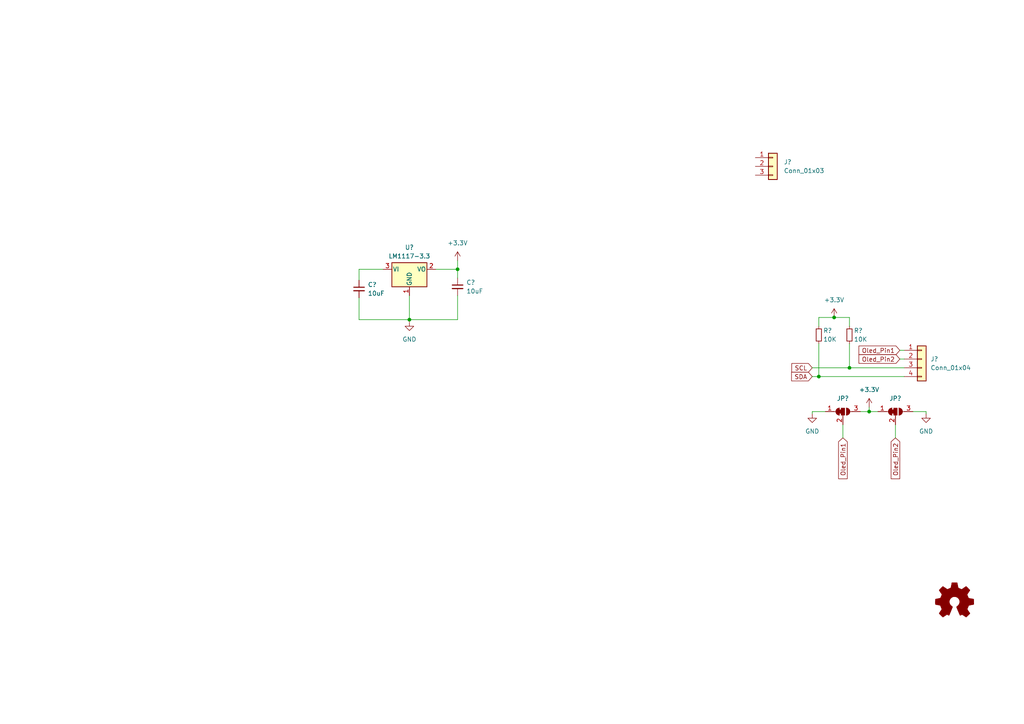
<source format=kicad_sch>
(kicad_sch (version 20211123) (generator eeschema)
  (paper "A4")
  (lib_symbols
    (symbol "Connector_Generic:Conn_01x03" (pin_names (offset 1.016) hide)
      (property "Reference" "J" (at 0 5.08 0))
      (property "Value" "Conn_01x03" (at 0 -5.08 0))
      (symbol "Conn_01x03_1_1"
        (rectangle (start -1.27 -2.413) (end 0 -2.667) (stroke (width 0.1524)))
        (rectangle (start -1.27 0.127) (end 0 -0.127) (stroke (width 0.1524)))
        (rectangle (start -1.27 2.667) (end 0 2.413) (stroke (width 0.1524)))
        (rectangle (start -1.27 3.81) (end 1.27 -3.81) (stroke (width 0.254)) (fill (type background)))
        (pin passive line (at -5.08 2.54 0) (length 3.81) (name "Pin_1") (number "1"))
        (pin passive line (at -5.08 0 0) (length 3.81) (name "Pin_2") (number "2"))
        (pin passive line (at -5.08 -2.54 0) (length 3.81) (name "Pin_3") (number "3"))
      )
    )
    (symbol "Connector_Generic:Conn_01x04" (pin_names (offset 1.016) hide)
      (property "Reference" "J" (at 0 5.08 0))
      (property "Value" "Conn_01x04" (at 0 -7.62 0))
      (symbol "Conn_01x04_1_1"
        (rectangle (start -1.27 -4.953) (end 0 -5.207) (stroke (width 0.1524)))
        (rectangle (start -1.27 -2.413) (end 0 -2.667) (stroke (width 0.1524)))
        (rectangle (start -1.27 0.127) (end 0 -0.127) (stroke (width 0.1524)))
        (rectangle (start -1.27 2.667) (end 0 2.413) (stroke (width 0.1524)))
        (rectangle (start -1.27 3.81) (end 1.27 -6.35) (stroke (width 0.254)) (fill (type background)))
        (pin passive line (at -5.08 2.54 0) (length 3.81) (name "Pin_1") (number "1"))
        (pin passive line (at -5.08 0 0) (length 3.81) (name "Pin_2") (number "2"))
        (pin passive line (at -5.08 -2.54 0) (length 3.81) (name "Pin_3") (number "3"))
        (pin passive line (at -5.08 -5.08 0) (length 3.81) (name "Pin_4") (number "4"))
      )
    )
    (symbol "Device:C_Small" (pin_numbers hide) (pin_names (offset 0.254) hide)
      (property "Reference" "C" (at 0.254 1.778 0))
      (property "Value" "C_Small" (at 0.254 -2.032 0))
      (symbol "C_Small_0_1"
        (polyline (pts (xy -1.524 -0.508) (xy 1.524 -0.508)) (stroke (width 0.3302)))
        (polyline (pts (xy -1.524 0.508) (xy 1.524 0.508)) (stroke (width 0.3048)))
      )
      (symbol "C_Small_1_1"
        (pin passive line (at 0 2.54 270) (length 2.032) (name "~") (number "1"))
        (pin passive line (at 0 -2.54 90) (length 2.032) (name "~") (number "2"))
      )
    )
    (symbol "Device:R_Small" (pin_numbers hide) (pin_names (offset 0.254) hide)
      (property "Reference" "R" (at 0.762 0.508 0))
      (property "Value" "R_Small" (at 0.762 -1.016 0))
      (symbol "R_Small_0_1"
        (rectangle (start -0.762 1.778) (end 0.762 -1.778) (stroke (width 0.2032)))
      )
      (symbol "R_Small_1_1"
        (pin passive line (at 0 2.54 270) (length 0.762) (name "~") (number "1"))
        (pin passive line (at 0 -2.54 90) (length 0.762) (name "~") (number "2"))
      )
    )
    (symbol "Graphic:Logo_Open_Hardware_Small" (pin_names (offset 1.016))
      (symbol "Logo_Open_Hardware_Small_0_1"
        (polyline (pts (xy 3.3528 -4.3434) (xy 3.302 -4.318) (xy 3.175 -4.2418) (xy 2.9972 -4.1148) (xy 2.7686 -3.9624) (xy 2.54 -3.81) (xy 2.3622 -3.7084) (xy 2.2352 -3.6068) (xy 2.1844 -3.5814) (xy 2.159 -3.6068) (xy 2.0574 -3.6576) (xy 1.905 -3.7338) (xy 1.8034 -3.7846) (xy 1.6764 -3.8354) (xy 1.6002 -3.8354) (xy 1.6002 -3.8354) (xy 1.5494 -3.7338) (xy 1.4732 -3.5306) (xy 1.3462 -3.302) (xy 1.2446 -3.0226) (xy 1.1176 -2.7178) (xy 0.9652 -2.413) (xy 0.8636 -2.1082) (xy 0.7366 -1.8288) (xy 0.6604 -1.6256) (xy 0.6096 -1.4732) (xy 0.5842 -1.397) (xy 0.5842 -1.397) (xy 0.6604 -1.3208) (xy 0.7874 -1.2446) (xy 1.0414 -1.016) (xy 1.2954 -0.6858) (xy 1.4478 -0.3302) (xy 1.524 0.0762) (xy 1.4732 0.4572) (xy 1.3208 0.8128) (xy 1.0668 1.143) (xy 0.762 1.3716) (xy 0.4064 1.524) (xy 0 1.5748) (xy -0.381 1.5494) (xy -0.7366 1.397) (xy -1.0668 1.143) (xy -1.2192 0.9906) (xy -1.397 0.6604) (xy -1.524 0.3048) (xy -1.524 0.2286) (xy -1.4986 -0.1778) (xy -1.397 -0.5334) (xy -1.1938 -0.8636) (xy -0.9144 -1.143) (xy -0.8636 -1.1684) (xy -0.7366 -1.27) (xy -0.635 -1.3462) (xy -0.5842 -1.397) (xy -1.0668 -2.5908) (xy -1.143 -2.794) (xy -1.2954 -3.1242) (xy -1.397 -3.4036) (xy -1.4986 -3.6322) (xy -1.5748 -3.7846) (xy -1.6002 -3.8354) (xy -1.6002 -3.8354) (xy -1.651 -3.8354) (xy -1.7272 -3.81) (xy -1.905 -3.7338) (xy -2.0066 -3.683) (xy -2.1336 -3.6068) (xy -2.2098 -3.5814) (xy -2.2606 -3.6068) (xy -2.3622 -3.683) (xy -2.54 -3.81) (xy -2.7686 -3.9624) (xy -2.9718 -4.0894) (xy -3.1496 -4.2164) (xy -3.302 -4.318) (xy -3.3528 -4.3434) (xy -3.3782 -4.3434) (xy -3.429 -4.318) (xy -3.5306 -4.2164) (xy -3.7084 -4.064) (xy -3.937 -3.8354) (xy -3.9624 -3.81) (xy -4.1656 -3.6068) (xy -4.318 -3.4544) (xy -4.4196 -3.3274) (xy -4.445 -3.2766) (xy -4.445 -3.2766) (xy -4.4196 -3.2258) (xy -4.318 -3.0734) (xy -4.2164 -2.8956) (xy -4.064 -2.667) (xy -3.6576 -2.0828) (xy -3.8862 -1.5494) (xy -3.937 -1.3716) (xy -4.0386 -1.1684) (xy -4.0894 -1.0414) (xy -4.1148 -0.9652) (xy -4.191 -0.9398) (xy -4.318 -0.9144) (xy -4.5466 -0.8636) (xy -4.8006 -0.8128) (xy -5.0546 -0.7874) (xy -5.2578 -0.7366) (xy -5.4356 -0.7112) (xy -5.5118 -0.6858) (xy -5.5118 -0.6858) (xy -5.5372 -0.635) (xy -5.5372 -0.5588) (xy -5.5372 -0.4318) (xy -5.5626 -0.2286) (xy -5.5626 0.0762) (xy -5.5626 0.127) (xy -5.5372 0.4064) (xy -5.5372 0.635) (xy -5.5372 0.762) (xy -5.5372 0.8382) (xy -5.5372 0.8382) (xy -5.461 0.8382) (xy -5.3086 0.889) (xy -5.08 0.9144) (xy -4.826 0.9652) (xy -4.8006 0.9906) (xy -4.5466 1.0414) (xy -4.318 1.0668) (xy -4.1656 1.1176) (xy -4.0894 1.143) (xy -4.0894 1.143) (xy -4.0386 1.2446) (xy -3.9624 1.4224) (xy -3.8608 1.6256) (xy -3.7846 1.8288) (xy -3.7084 2.0066) (xy -3.6576 2.159) (xy -3.6322 2.2098) (xy -3.6322 2.2098) (xy -3.683 2.286) (xy -3.7592 2.413) (xy -3.8862 2.5908) (xy -4.064 2.8194) (xy -4.064 2.8448) (xy -4.2164 3.0734) (xy -4.3434 3.2512) (xy -4.4196 3.3782) (xy -4.445 3.4544) (xy -4.445 3.4544) (xy -4.3942 3.5052) (xy -4.2926 3.6322) (xy -4.1148 3.81) (xy -3.937 4.0132) (xy -3.8608 4.064) (xy -3.6576 4.2926) (xy -3.5052 4.4196) (xy -3.4036 4.4958) (xy -3.3528 4.5212) (xy -3.3528 4.5212) (xy -3.302 4.4704) (xy -3.1496 4.3688) (xy -2.9718 4.2418) (xy -2.7432 4.0894) (xy -2.7178 4.0894) (xy -2.4892 3.937) (xy -2.3114 3.81) (xy -2.1844 3.7084) (xy -2.1336 3.683) (xy -2.1082 3.683) (xy -2.032 3.7084) (xy -1.8542 3.7592) (xy -1.6764 3.8354) (xy -1.4732 3.937) (xy -1.27 4.0132) (xy -1.143 4.064) (xy -1.0668 4.1148) (xy -1.0668 4.1148) (xy -1.0414 4.191) (xy -1.016 4.3434) (xy -0.9652 4.572) (xy -0.9144 4.8514) (xy -0.889 4.9022) (xy -0.8382 5.1562) (xy -0.8128 5.3848) (xy -0.7874 5.5372) (xy -0.762 5.588) (xy -0.7112 5.6134) (xy -0.5842 5.6134) (xy -0.4064 5.6134) (xy -0.1524 5.6134) (xy 0.0762 5.6134) (xy 0.3302 5.6134) (xy 0.5334 5.6134) (xy 0.6858 5.588) (xy 0.7366 5.588) (xy 0.7366 5.588) (xy 0.762 5.5118) (xy 0.8128 5.334) (xy 0.8382 5.1054) (xy 0.9144 4.826) (xy 0.9144 4.7752) (xy 0.9652 4.5212) (xy 1.016 4.2926) (xy 1.0414 4.1402) (xy 1.0668 4.0894) (xy 1.0668 4.0894) (xy 1.1938 4.0386) (xy 1.3716 3.9624) (xy 1.5748 3.8608) (xy 2.0828 3.6576) (xy 2.7178 4.0894) (xy 2.7686 4.1402) (xy 2.9972 4.2926) (xy 3.175 4.4196) (xy 3.302 4.4958) (xy 3.3782 4.5212) (xy 3.3782 4.5212) (xy 3.429 4.4704) (xy 3.556 4.3434) (xy 3.7338 4.191) (xy 3.9116 3.9878) (xy 4.064 3.8354) (xy 4.2418 3.6576) (xy 4.3434 3.556) (xy 4.4196 3.4798) (xy 4.4196 3.429) (xy 4.4196 3.4036) (xy 4.3942 3.3274) (xy 4.2926 3.2004) (xy 4.1656 2.9972) (xy 4.0132 2.794) (xy 3.8862 2.5908) (xy 3.7592 2.3876) (xy 3.6576 2.2352) (xy 3.6322 2.159) (xy 3.6322 2.1336) (xy 3.683 2.0066) (xy 3.7592 1.8288) (xy 3.8608 1.6002) (xy 4.064 1.1176) (xy 4.3942 1.0414) (xy 4.5974 1.016) (xy 4.8768 0.9652) (xy 5.1308 0.9144) (xy 5.5372 0.8382) (xy 5.5626 -0.6604) (xy 5.4864 -0.6858) (xy 5.4356 -0.6858) (xy 5.2832 -0.7366) (xy 5.0546 -0.762) (xy 4.8006 -0.8128) (xy 4.5974 -0.8636) (xy 4.3688 -0.9144) (xy 4.2164 -0.9398) (xy 4.1402 -0.9398) (xy 4.1148 -0.9652) (xy 4.064 -1.0668) (xy 3.9878 -1.2446) (xy 3.9116 -1.4478) (xy 3.81 -1.651) (xy 3.7338 -1.8542) (xy 3.683 -2.0066) (xy 3.6576 -2.0828) (xy 3.683 -2.1336) (xy 3.7846 -2.2606) (xy 3.8862 -2.4638) (xy 4.0386 -2.667) (xy 4.191 -2.8956) (xy 4.318 -3.0734) (xy 4.3942 -3.2004) (xy 4.445 -3.2766) (xy 4.4196 -3.3274) (xy 4.3434 -3.429) (xy 4.1656 -3.5814) (xy 3.937 -3.8354) (xy 3.8862 -3.8608) (xy 3.683 -4.064) (xy 3.5306 -4.2164) (xy 3.4036 -4.318) (xy 3.3528 -4.3434)) (fill (type outline)))
      )
    )
    (symbol "Jumper:SolderJumper_3_Bridged12" (pin_names (offset 0) hide)
      (property "Reference" "JP" (at -2.54 -2.54 0))
      (property "Value" "SolderJumper_3_Bridged12" (at 0 2.794 0))
      (symbol "SolderJumper_3_Bridged12_0_1"
        (rectangle (start -1.016 0.508) (end -0.508 -0.508) (fill (type outline)))
        (arc (start -1.016 1.016) (mid -2.032 0) (end -1.016 -1.016))
        (arc (start -1.016 1.016) (mid -2.032 0) (end -1.016 -1.016) (fill (type outline)))
        (rectangle (start -0.508 1.016) (end 0.508 -1.016) (fill (type outline)))
        (polyline (pts (xy -2.54 0) (xy -2.032 0)))
        (polyline (pts (xy -1.016 1.016) (xy -1.016 -1.016)))
        (polyline (pts (xy 0 -1.27) (xy 0 -1.016)))
        (polyline (pts (xy 1.016 1.016) (xy 1.016 -1.016)))
        (polyline (pts (xy 2.54 0) (xy 2.032 0)))
        (arc (start 1.016 -1.016) (mid 2.032 0) (end 1.016 1.016))
        (arc (start 1.016 -1.016) (mid 2.032 0) (end 1.016 1.016) (fill (type outline)))
      )
      (symbol "SolderJumper_3_Bridged12_1_1"
        (pin passive line (at -5.08 0 0) (length 2.54) (name "A") (number "1"))
        (pin passive line (at 0 -3.81 90) (length 2.54) (name "C") (number "2"))
        (pin passive line (at 5.08 0 180) (length 2.54) (name "B") (number "3"))
      )
    )
    (symbol "Regulator_Linear:LM1117-3.3" (pin_names (offset 0.254))
      (property "Reference" "U" (at -3.81 3.175 0))
      (property "Value" "LM1117-3.3" (at 0 3.175 0))
      (symbol "LM1117-3.3_0_1"
        (rectangle (start -5.08 -5.08) (end 5.08 1.905) (stroke (width 0.254)) (fill (type background)))
      )
      (symbol "LM1117-3.3_1_1"
        (pin power_in line (at 0 -7.62 90) (length 2.54) (name "GND") (number "1"))
        (pin power_out line (at 7.62 0 180) (length 2.54) (name "VO") (number "2"))
        (pin power_in line (at -7.62 0 0) (length 2.54) (name "VI") (number "3"))
      )
    )
    (symbol "power:+3.3V" (power) (pin_names (offset 0))
      (property "Value" "+3.3V" (at 0 3.556 0))
      (symbol "+3.3V_0_1"
        (polyline (pts (xy -0.762 1.27) (xy 0 2.54)))
        (polyline (pts (xy 0 0) (xy 0 2.54)))
        (polyline (pts (xy 0 2.54) (xy 0.762 1.27)))
      )
      (symbol "+3.3V_1_1"
        (pin power_in line (at 0 0 90) (length 0) hide (name "+3.3V") (number "1"))
      )
    )
    (symbol "power:GND" (power) (pin_names (offset 0))
      (property "Value" "GND" (at 0 -3.81 0))
      (symbol "GND_0_1"
        (polyline (pts (xy 0 0) (xy 0 -1.27) (xy 1.27 -1.27) (xy 0 -2.54) (xy -1.27 -1.27) (xy 0 -1.27)))
      )
      (symbol "GND_1_1"
        (pin power_in line (at 0 0 270) (length 0) hide (name "GND") (number "1"))
      )
    )
  )
  (junction (at 237.49 109.22))
  (junction (at 118.745 92.71))
  (junction (at 132.715 78.105))
  (junction (at 246.38 106.68))
  (junction (at 252.095 119.38))
  (junction (at 241.935 92.075))
  (wire (pts (xy 249.555 119.38) (xy 252.095 119.38)))
  (wire (pts (xy 264.795 119.38) (xy 268.605 119.38)))
  (wire (pts (xy 235.585 119.38) (xy 235.585 120.015)))
  (wire (pts (xy 111.125 78.105) (xy 104.14 78.105)))
  (wire (pts (xy 132.715 92.71) (xy 132.715 85.725)))
  (wire (pts (xy 268.605 119.38) (xy 268.605 120.015)))
  (wire (pts (xy 241.935 92.075) (xy 246.38 92.075)))
  (wire (pts (xy 235.585 106.68) (xy 246.38 106.68)))
  (wire (pts (xy 104.14 92.71) (xy 118.745 92.71)))
  (wire (pts (xy 252.095 118.11) (xy 252.095 119.38)))
  (wire (pts (xy 132.715 78.105) (xy 132.715 80.645)))
  (wire (pts (xy 237.49 109.22) (xy 237.49 99.695)))
  (wire (pts (xy 260.985 104.14) (xy 262.255 104.14)))
  (wire (pts (xy 104.14 78.105) (xy 104.14 81.28)))
  (wire (pts (xy 246.38 94.615) (xy 246.38 92.075)))
  (wire (pts (xy 118.745 92.71) (xy 132.715 92.71)))
  (wire (pts (xy 239.395 119.38) (xy 235.585 119.38)))
  (wire (pts (xy 104.14 86.36) (xy 104.14 92.71)))
  (wire (pts (xy 126.365 78.105) (xy 132.715 78.105)))
  (wire (pts (xy 260.985 101.6) (xy 262.255 101.6)))
  (wire (pts (xy 246.38 106.68) (xy 262.255 106.68)))
  (wire (pts (xy 235.585 109.22) (xy 237.49 109.22)))
  (wire (pts (xy 132.715 75.565) (xy 132.715 78.105)))
  (wire (pts (xy 259.715 123.19) (xy 259.715 127)))
  (wire (pts (xy 237.49 92.075) (xy 237.49 94.615)))
  (wire (pts (xy 237.49 109.22) (xy 262.255 109.22)))
  (wire (pts (xy 246.38 99.695) (xy 246.38 106.68)))
  (wire (pts (xy 244.475 123.19) (xy 244.475 127)))
  (wire (pts (xy 241.935 92.075) (xy 237.49 92.075)))
  (wire (pts (xy 252.095 119.38) (xy 254.635 119.38)))
  (wire (pts (xy 118.745 85.725) (xy 118.745 92.71)))
  (global_label "SDA" (shape input) (at 235.585 109.22 180) (property "Intersheet References" "${INTERSHEET_REFS}" (effects hide)))
  (global_label "Oled_Pin2" (shape input) (at 259.715 127 270) (property "Intersheet References" "${INTERSHEET_REFS}" (effects hide)))
  (global_label "Oled_Pin1" (shape input) (at 244.475 127 270) (property "Intersheet References" "${INTERSHEET_REFS}" (effects hide)))
  (global_label "SCL" (shape input) (at 235.585 106.68 180) (property "Intersheet References" "${INTERSHEET_REFS}" (effects hide)))
  (global_label "Oled_Pin1" (shape input) (at 260.985 101.6 180) (property "Intersheet References" "${INTERSHEET_REFS}" (effects hide)))
  (global_label "Oled_Pin2" (shape input) (at 260.985 104.14 180) (property "Intersheet References" "${INTERSHEET_REFS}" (effects hide)))
  (symbol (lib_id "Device:C_Small") (at 132.715 83.185 0) (unit 1)
    (property "Reference" "C?" (at 135.255 81.9212 0) (effects (justify left)))
    (property "Value" "10uF" (at 135.255 84.4612 0) (effects (justify left)))
  )
  (symbol (lib_id "Connector_Generic:Conn_01x03") (at 224.155 48.26 0) (unit 1)
    (property "Reference" "J?" (at 227.33 46.9899 0) (effects (justify left)))
    (property "Value" "Conn_01x03" (at 227.33 49.5299 0) (effects (justify left)))
  )
  (symbol (lib_id "power:GND") (at 118.745 93.345 0) (unit 1)
    (property "Reference" "#PWR?" (effects hide))
    (property "Value" "GND" (at 118.745 98.425 0))
  )
  (symbol (lib_id "power:+3.3V") (at 252.095 118.11 0) (unit 1)
    (property "Reference" "#PWR?" (effects hide))
    (property "Value" "+3.3V" (at 252.095 113.03 0))
  )
  (symbol (lib_id "Graphic:Logo_Open_Hardware_Small") (at 276.86 174.625 0) (unit 1)
    (property "Reference" "#LOGO?" (effects hide))
    (property "Value" "Logo_Open_Hardware_Small" (effects hide))
  )
  (symbol (lib_id "Regulator_Linear:LM1117-3.3") (at 118.745 78.105 0) (unit 1)
    (property "Reference" "U?" (at 118.745 71.755 0))
    (property "Value" "LM1117-3.3" (at 118.745 74.295 0))
    (property "Footprint" "Package_TO_SOT_SMD:SOT-223-3_TabPin2" (effects hide))
    (property "Datasheet" "http://www.ti.com/lit/ds/symlink/lm1117.pdf" (effects hide))
  )
  (symbol (lib_id "power:+3.3V") (at 241.935 92.075 0) (unit 1)
    (property "Reference" "#PWR?" (effects hide))
    (property "Value" "+3.3V" (at 241.935 86.995 0))
  )
  (symbol (lib_id "Device:R_Small") (at 237.49 97.155 0) (unit 1)
    (property "Reference" "R?" (at 238.76 95.885 0) (effects (justify left)))
    (property "Value" "10K" (at 238.76 98.425 0) (effects (justify left)))
    (property "Footprint" "Resistor_SMD:R_0805_2012Metric_Pad1.20x1.40mm_HandSolder" (effects hide))
  )
  (symbol (lib_id "power:GND") (at 268.605 120.015 0) (unit 1)
    (property "Reference" "#PWR?" (effects hide))
    (property "Value" "GND" (at 268.605 125.095 0))
  )
  (symbol (lib_id "power:+3.3V") (at 132.715 75.565 0) (unit 1)
    (property "Reference" "#PWR?" (effects hide))
    (property "Value" "+3.3V" (at 132.715 70.485 0))
  )
  (symbol (lib_id "Jumper:SolderJumper_3_Bridged12") (at 259.715 119.38 0) (unit 1)
    (property "Reference" "JP?" (at 259.715 115.57 0))
    (property "Value" "SolderJumper_3_Bridged12" (effects hide))
  )
  (symbol (lib_id "Device:C_Small") (at 104.14 83.82 0) (unit 1)
    (property "Reference" "C?" (at 106.68 82.5562 0) (effects (justify left)))
    (property "Value" "10uF" (at 106.68 85.0962 0) (effects (justify left)))
  )
  (symbol (lib_id "Jumper:SolderJumper_3_Bridged12") (at 244.475 119.38 0) (unit 1)
    (property "Reference" "JP?" (at 244.475 115.57 0))
    (property "Value" "SolderJumper_3_Bridged12" (effects hide))
  )
  (symbol (lib_id "power:GND") (at 235.585 120.015 0) (unit 1)
    (property "Reference" "#PWR?" (effects hide))
    (property "Value" "GND" (at 235.585 125.095 0))
  )
  (symbol (lib_id "Connector_Generic:Conn_01x04") (at 267.335 104.14 0) (unit 1)
    (property "Reference" "J?" (at 269.875 104.1399 0) (effects (justify left)))
    (property "Value" "Conn_01x04" (at 269.875 106.6799 0) (effects (justify left)))
  )
  (symbol (lib_id "Device:R_Small") (at 246.38 97.155 0) (unit 1)
    (property "Reference" "R?" (at 247.65 95.885 0) (effects (justify left)))
    (property "Value" "10K" (at 247.65 98.425 0) (effects (justify left)))
    (property "Footprint" "Resistor_SMD:R_0805_2012Metric_Pad1.20x1.40mm_HandSolder" (effects hide))
  )
)
</source>
